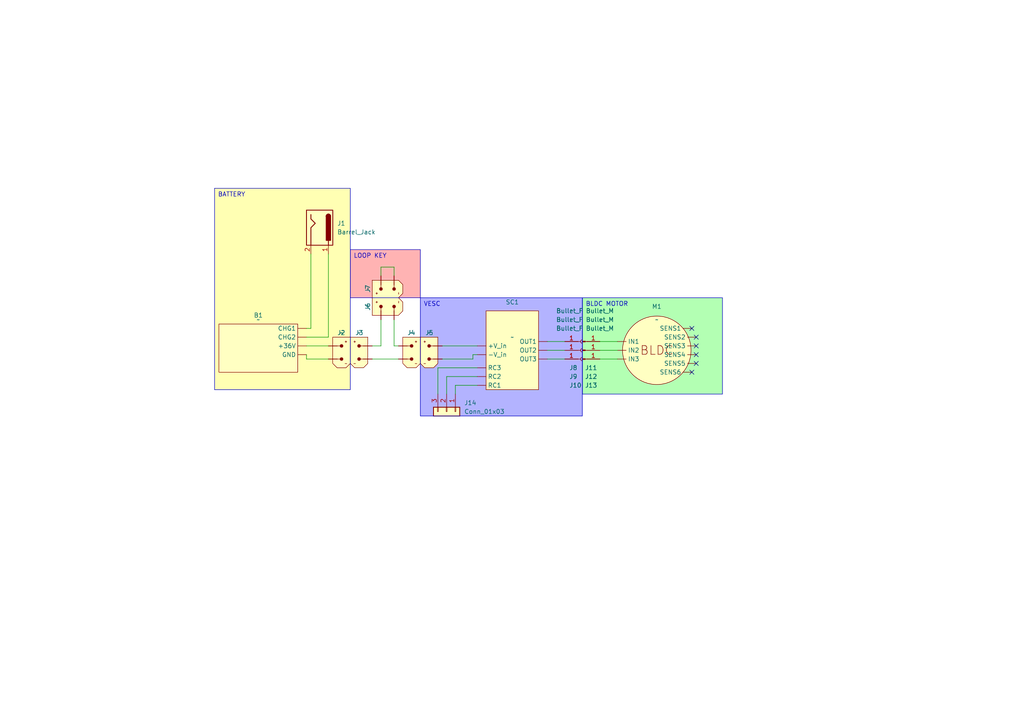
<source format=kicad_sch>
(kicad_sch (version 20231120) (generator "eeschema") (generator_version "8.0")
  (paper "A4")
  (lib_symbols
    (symbol "BWES_Library:10s2p_Battery"
      (property "Reference" "B" (at 0 0 0))
      (symbol "10s2p_Battery_1_1"
        (rectangle (start -11.43 -1.27) (end 11.43 -15.24) (fill (type background)))
        (pin power_out line (at 13.97 -7.62 180) (length 2.54) (name "+36V") (number ""))
        (pin power_in line (at 13.97 -2.54 180) (length 2.54) (name "CHG1") (number ""))
        (pin power_in line (at 13.97 -5.08 180) (length 2.54) (name "CHG2") (number ""))
        (pin power_out line (at 13.97 -10.16 180) (length 2.54) (name "GND") (number ""))
      )
    )
    (symbol "BWES_Library:BLDC"
      (property "Reference" "M" (at 0 2.54 0))
      (symbol "BLDC_1_1"
        (circle (center 0 -8.89) (radius 9.919) (fill (type background)))
        (text "BLDC" (at 0 -8.89 0) (effects (font (size 2.54 2.54))))
        (pin input line (at -11.43 -6.35 0) (length 2.54) (name "IN1") (number ""))
        (pin input line (at -11.43 -8.89 0) (length 2.54) (name "IN2") (number ""))
        (pin input line (at -11.43 -11.43 0) (length 2.54) (name "IN3") (number ""))
        (pin output line (at 10.16 -2.54 180) (length 2.54) (name "SENS1") (number ""))
        (pin output line (at 11.43 -5.08 180) (length 2.54) (name "SENS2") (number ""))
        (pin output line (at 11.43 -7.62 180) (length 2.54) (name "SENS3") (number ""))
        (pin output line (at 11.43 -10.16 180) (length 2.54) (name "SENS4") (number ""))
        (pin output line (at 11.43 -12.7 180) (length 2.54) (name "SENS5") (number ""))
        (pin output line (at 10.16 -15.24 180) (length 2.54) (name "SENS6") (number ""))
      )
    )
    (symbol "BWES_Library:ESC"
      (property "Reference" "SC" (at 0 -16.51 0))
      (symbol "ESC_1_1"
        (rectangle (start -7.62 7.62) (end 7.62 -15.24) (fill (type background)))
        (pin power_in line (at -10.16 -2.54 0) (length 2.54) (name "+V_in") (number ""))
        (pin power_in line (at -10.16 -5.08 0) (length 2.54) (name "-V_in") (number ""))
        (pin power_out line (at 10.16 -1.27 180) (length 2.54) (name "OUT1") (number ""))
        (pin power_out line (at 10.16 -3.81 180) (length 2.54) (name "OUT2") (number ""))
        (pin power_out line (at 10.16 -6.35 180) (length 2.54) (name "OUT3") (number ""))
        (pin input line (at -10.16 -13.97 0) (length 2.54) (name "RC1") (number ""))
        (pin input line (at -10.16 -11.43 0) (length 2.54) (name "RC2") (number ""))
        (pin input line (at -10.16 -8.89 0) (length 2.54) (name "RC3") (number ""))
      )
    )
    (symbol "BWES_Library:XT60"
      (property "Reference" "J" (at 0 0 0))
      (symbol "XT60_1_1"
        (circle (center 0 -7.62) (radius 0.0001) (stroke (width 1) (color 132 0 0 1)) (fill (type outline)))
        (circle (center 0 -3.81) (radius 0.0001) (stroke (width 1) (color 132 0 0 1)) (fill (type outline)))
        (polyline (pts (xy 0 -7.62) (xy -1.27 -7.62)))
        (polyline (pts (xy 0 -3.81) (xy -1.27 -3.81)))
        (polyline (pts (xy -2.54 -1.27) (xy 2.54 -1.27) (xy 2.54 -8.89) (xy 1.27 -10.16) (xy -1.27 -10.16) (xy -2.54 -8.89) (xy -2.54 -1.27)) (fill (type background)))
        (text "+" (at 1.27 -2.54 0) (effects (font (size 0.64 0.64))))
        (text "-" (at 1.27 -8.89 0) (effects (font (size 0.64 0.64))))
        (pin passive line (at -3.81 -7.62 0) (length 2.54) (name "") (number ""))
        (pin passive line (at -3.81 -3.81 0) (length 2.54) (name "") (number ""))
      )
    )
    (symbol "Connector:Barrel_Jack" (pin_names (offset 1.016))
      (property "Reference" "J" (at 0 5.334 0))
      (property "Value" "Barrel_Jack" (at 0 -5.08 0))
      (symbol "Barrel_Jack_0_1"
        (rectangle (start -5.08 3.81) (end 5.08 -3.81) (stroke (width 0.254)) (fill (type background)))
        (arc (start -3.302 3.175) (mid -3.9343 2.54) (end -3.302 1.905) (stroke (width 0.254)))
        (arc (start -3.302 3.175) (mid -3.9343 2.54) (end -3.302 1.905) (stroke (width 0.254)) (fill (type outline)))
        (polyline (pts (xy 5.08 2.54) (xy 3.81 2.54)) (stroke (width 0.254)))
        (polyline (pts (xy -3.81 -2.54) (xy -2.54 -2.54) (xy -1.27 -1.27) (xy 0 -2.54) (xy 2.54 -2.54) (xy 5.08 -2.54)) (stroke (width 0.254)))
        (rectangle (start 3.683 3.175) (end -3.302 1.905) (stroke (width 0.254)) (fill (type outline)))
      )
      (symbol "Barrel_Jack_1_1"
        (pin passive line (at 7.62 2.54 180) (length 2.54) (name "~") (number "1"))
        (pin passive line (at 7.62 -2.54 180) (length 2.54) (name "~") (number "2"))
      )
    )
    (symbol "Connector:Conn_01x01_Pin" (pin_names (offset 1.016) hide)
      (property "Reference" "J" (at 0 2.54 0))
      (property "Value" "Conn_01x01_Pin" (at 0 -2.54 0))
      (symbol "Conn_01x01_Pin_1_1"
        (polyline (pts (xy 1.27 0) (xy 0.8636 0)) (stroke (width 0.1524)))
        (rectangle (start 0.8636 0.127) (end 0 -0.127) (stroke (width 0.1524)) (fill (type outline)))
        (pin passive line (at 5.08 0 180) (length 3.81) (name "Pin_1") (number "1"))
      )
    )
    (symbol "Connector:Conn_01x01_Socket" (pin_names (offset 1.016) hide)
      (property "Reference" "J" (at 0 2.54 0))
      (property "Value" "Conn_01x01_Socket" (at 0 -2.54 0))
      (symbol "Conn_01x01_Socket_1_1"
        (polyline (pts (xy -1.27 0) (xy -0.508 0)) (stroke (width 0.1524)))
        (arc (start 0 0.508) (mid -0.5058 0) (end 0 -0.508) (stroke (width 0.1524)))
        (pin passive line (at -5.08 0 0) (length 3.81) (name "Pin_1") (number "1"))
      )
    )
    (symbol "Connector_Generic:Conn_01x03" (pin_names (offset 1.016) hide)
      (property "Reference" "J" (at 0 5.08 0))
      (property "Value" "Conn_01x03" (at 0 -5.08 0))
      (symbol "Conn_01x03_1_1"
        (rectangle (start -1.27 -2.413) (end 0 -2.667) (stroke (width 0.1524)))
        (rectangle (start -1.27 0.127) (end 0 -0.127) (stroke (width 0.1524)))
        (rectangle (start -1.27 2.667) (end 0 2.413) (stroke (width 0.1524)))
        (rectangle (start -1.27 3.81) (end 1.27 -3.81) (stroke (width 0.254)) (fill (type background)))
        (pin passive line (at -5.08 2.54 0) (length 3.81) (name "Pin_1") (number "1"))
        (pin passive line (at -5.08 0 0) (length 3.81) (name "Pin_2") (number "2"))
        (pin passive line (at -5.08 -2.54 0) (length 3.81) (name "Pin_3") (number "3"))
      )
    )
  )
  (no_connect (at 201.93 97.79))
  (no_connect (at 200.66 107.95))
  (no_connect (at 200.66 95.25))
  (no_connect (at 201.93 105.41))
  (no_connect (at 201.93 100.33))
  (no_connect (at 201.93 102.87))
  (wire (pts (xy 114.3 100.33) (xy 115.57 100.33)))
  (wire (pts (xy 132.08 111.76) (xy 132.08 114.3)))
  (wire (pts (xy 95.25 97.79) (xy 95.25 73.66)))
  (wire (pts (xy 88.9 97.79) (xy 95.25 97.79)))
  (wire (pts (xy 107.95 104.14) (xy 115.57 104.14)))
  (wire (pts (xy 90.17 95.25) (xy 90.17 73.66)))
  (wire (pts (xy 158.75 101.6) (xy 163.83 101.6)))
  (wire (pts (xy 137.16 102.87) (xy 137.16 104.14)))
  (wire (pts (xy 129.54 109.22) (xy 129.54 114.3)))
  (wire (pts (xy 114.3 92.71) (xy 114.3 100.33)))
  (wire (pts (xy 107.95 100.33) (xy 110.49 100.33)))
  (wire (pts (xy 138.43 111.76) (xy 132.08 111.76)))
  (wire (pts (xy 173.99 101.6) (xy 179.07 101.6)))
  (wire (pts (xy 137.16 104.14) (xy 128.27 104.14)))
  (wire (pts (xy 110.49 80.01) (xy 110.49 77.47)))
  (wire (pts (xy 128.27 100.33) (xy 138.43 100.33)))
  (wire (pts (xy 138.43 109.22) (xy 129.54 109.22)))
  (wire (pts (xy 127 106.68) (xy 127 114.3)))
  (wire (pts (xy 88.9 100.33) (xy 95.25 100.33)))
  (wire (pts (xy 138.43 102.87) (xy 137.16 102.87)))
  (wire (pts (xy 173.99 104.14) (xy 179.07 104.14)))
  (wire (pts (xy 114.3 77.47) (xy 114.3 80.01)))
  (wire (pts (xy 88.9 104.14) (xy 95.25 104.14)))
  (wire (pts (xy 158.75 104.14) (xy 163.83 104.14)))
  (wire (pts (xy 110.49 77.47) (xy 114.3 77.47)))
  (wire (pts (xy 158.75 99.06) (xy 163.83 99.06)))
  (wire (pts (xy 88.9 95.25) (xy 90.17 95.25)))
  (wire (pts (xy 110.49 100.33) (xy 110.49 92.71)))
  (wire (pts (xy 173.99 99.06) (xy 179.07 99.06)))
  (wire (pts (xy 88.9 102.87) (xy 88.9 104.14)))
  (wire (pts (xy 138.43 106.68) (xy 127 106.68)))
  (text_box "VESC" (at 121.92 86.36 0) (size 46.99 34.29) (fill (type color) (color 0 0 255 0.3)) (effects (font (size 1.27 1.27)) (justify left top)))
  (text_box "BLDC MOTOR" (at 168.91 86.36 0) (size 40.64 27.94) (fill (type color) (color 0 255 0 0.3)) (effects (font (size 1.27 1.27)) (justify left top)))
  (text_box "LOOP KEY" (at 101.6 72.39 0) (size 20.32 13.97) (fill (type color) (color 255 0 0 0.3)) (effects (font (size 1.27 1.27)) (justify left top)))
  (text_box "BATTERY" (at 62.23 54.61 0) (size 39.37 58.42) (fill (type color) (color 255 255 0 0.3)) (effects (font (size 1.27 1.27)) (justify left top)))
  (symbol (lib_id "Connector:Conn_01x01_Pin") (at 168.91 101.6 0) (unit 1)
    (property "Reference" "J12" (at 171.45 109.22 0))
    (property "Value" "Bullet_M" (at 173.99 92.71 0))
  )
  (symbol (lib_id "BWES_Library:XT60") (at 104.14 96.52 0) (mirror y) (unit 1)
    (property "Reference" "J3" (at 105.41 96.52 0) (effects (justify left)))
    (property "Value" "~" (at 104.14 96.52 0))
  )
  (symbol (lib_id "Connector:Conn_01x01_Socket") (at 168.91 104.14 0) (unit 1)
    (property "Reference" "J10" (at 165.1 111.76 0) (effects (justify left)))
    (property "Value" "Bullet_F" (at 161.29 95.25 0) (effects (justify left)))
  )
  (symbol (lib_id "BWES_Library:XT60") (at 124.46 96.52 0) (mirror y) (unit 1)
    (property "Reference" "J5" (at 125.73 96.52 0) (effects (justify left)))
    (property "Value" "~" (at 124.46 96.52 0))
  )
  (symbol (lib_id "BWES_Library:XT60") (at 99.06 96.52 0) (unit 1)
    (property "Reference" "J2" (at 97.79 96.52 0) (effects (justify left)))
    (property "Value" "~" (at 99.06 96.52 0))
  )
  (symbol (lib_id "BWES_Library:BLDC") (at 190.5 92.71 0) (unit 1)
    (property "Reference" "M1" (at 190.5 88.9 0))
    (property "Value" "~" (at 190.5 92.71 0))
  )
  (symbol (lib_id "BWES_Library:XT60") (at 106.68 88.9 90) (unit 1)
    (property "Reference" "J6" (at 106.68 90.17 0) (effects (justify left)))
    (property "Value" "~" (at 106.68 88.9 0))
  )
  (symbol (lib_id "BWES_Library:XT60") (at 119.38 96.52 0) (unit 1)
    (property "Reference" "J4" (at 118.11 96.52 0) (effects (justify left)))
    (property "Value" "~" (at 119.38 96.52 0))
  )
  (symbol (lib_id "Connector:Conn_01x01_Socket") (at 168.91 101.6 0) (unit 1)
    (property "Reference" "J9" (at 165.1 109.22 0) (effects (justify left)))
    (property "Value" "Bullet_F" (at 161.29 92.71 0) (effects (justify left)))
  )
  (symbol (lib_id "BWES_Library:10s2p_Battery") (at 74.93 92.71 0) (unit 1)
    (property "Reference" "B1" (at 74.93 91.44 0))
    (property "Value" "~" (at 74.93 92.71 0))
  )
  (symbol (lib_id "Connector:Conn_01x01_Pin") (at 168.91 104.14 0) (unit 1)
    (property "Reference" "J13" (at 171.45 111.76 0))
    (property "Value" "Bullet_M" (at 173.99 95.25 0))
  )
  (symbol (lib_id "Connector:Conn_01x01_Pin") (at 168.91 99.06 0) (unit 1)
    (property "Reference" "J11" (at 171.45 106.68 0))
    (property "Value" "Bullet_M" (at 173.99 90.17 0))
  )
  (symbol (lib_id "Connector:Barrel_Jack") (at 92.71 66.04 270) (unit 1)
    (property "Reference" "J1" (at 97.79 64.77 90) (effects (justify left)))
    (property "Value" "Barrel_Jack" (at 97.79 67.31 90) (effects (justify left)))
  )
  (symbol (lib_id "Connector:Conn_01x01_Socket") (at 168.91 99.06 0) (unit 1)
    (property "Reference" "J8" (at 165.1 106.68 0) (effects (justify left)))
    (property "Value" "Bullet_F" (at 161.29 90.17 0) (effects (justify left)))
  )
  (symbol (lib_id "BWES_Library:XT60") (at 106.68 83.82 90) (mirror x) (unit 1)
    (property "Reference" "J7" (at 106.68 82.55 0) (effects (justify left)))
    (property "Value" "~" (at 106.68 83.82 0))
  )
  (symbol (lib_id "Connector_Generic:Conn_01x03") (at 129.54 119.38 270) (unit 1)
    (property "Reference" "J14" (at 134.62 116.84 90) (effects (justify left)))
    (property "Value" "Conn_01x03" (at 134.62 119.38 90) (effects (justify left)))
  )
  (symbol (lib_id "BWES_Library:ESC") (at 148.59 97.79 0) (unit 1)
    (property "Reference" "SC1" (at 148.59 87.63 0))
    (property "Value" "~" (at 148.59 97.79 0))
  )
)
</source>
